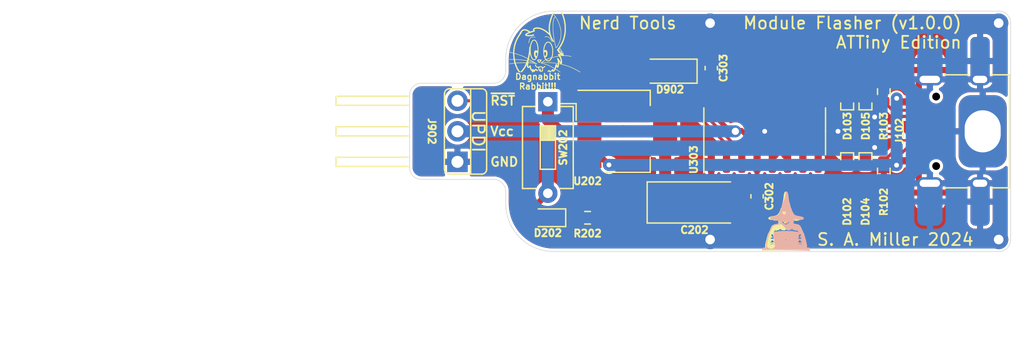
<source format=kicad_pcb>
(kicad_pcb (version 20211014) (generator pcbnew)
  (title_block (title "Nerd Tools") (date "2024") (rev "1.0.0") (company "S. A. Miller") (comment 1 "Module Flasher") (comment 2 "ATTiny Edition"))
  (layers (0 "F.Cu" signal) (31 "B.Cu" signal) (34 "B.Paste" user) (35 "F.Paste" user) (36 "B.SilkS" user "B.Silkscreen") (37 "F.SilkS" user "F.Silkscreen") (38 "B.Mask" user) (39 "F.Mask" user) (44 "Edge.Cuts" user))
  (net 0 "")
  (net 1 "GND")
  (net 2 "UD-")
  (net 3 "UD+")
  (net 4 "CC1")
  (net 5 "CC2")
  (net 6 "Vbus")
  (net 7 "RxD")
  (net 8 "TxD")
  (net 9 "CTS")
  (net 10 "DSR")
  (net 11 "RI")
  (net 12 "DCD")
  (net 13 "I2C-Vcc")
  (net 14 "DTR")
  (net 15 "RTS")
  (net 16 "Net-(C202-Pad1)")
  (net 17 "Net-(D202-Pad1)")
  (footprint "Resistor_SMD:R_0603_1608Metric" (layer "F.Cu") (at 139.446 96.698 90)
    (fp_text reference "R103" (at -2.87 0 90) (layer "F.SilkS") (effects (font (size 0.6 0.6))))
    (fp_text value "5k1")
    (pad "1" smd roundrect (at -0.825 0 90) (size 0.8 0.95) (layers "F.Cu" "F.Paste" "F.Mask") (net 5 "CC2"))
    (pad "2" smd roundrect (at 0.825 0 90) (size 0.8 0.95) (layers "F.Cu" "F.Paste" "F.Mask") (net 1 "GND"))
  )
  (footprint "Resistor_SMD:R_0603_1608Metric" (layer "F.Cu") (at 139.446 103.302 -90)
    (fp_text reference "R102" (at 2.572 0 90) (layer "F.SilkS") (effects (font (size 0.6 0.6))))
    (fp_text value "5k1")
    (pad "1" smd roundrect (at -0.825 0 270) (size 0.8 0.95) (layers "F.Cu" "F.Paste" "F.Mask") (net 4 "CC1"))
    (pad "2" smd roundrect (at 0.825 0 270) (size 0.8 0.95) (layers "F.Cu" "F.Paste" "F.Mask") (net 1 "GND"))
  )
  (footprint "LED_SMD:LED_0603_1608Metric" (layer "F.Cu") (at 111.506 107.188 180)
    (fp_text reference "D202" (at 0 -1.27) (layer "F.SilkS") (effects (font (size 0.6 0.6))))
    (fp_text value "LED")
    (pad "1" smd roundrect (at -0.7875 0 180) (size 0.875 0.95) (layers "F.Cu" "F.Paste" "F.Mask") (net 17 "Net-(D202-Pad1)"))
    (pad "2" smd roundrect (at 0.7875 0 180) (size 0.875 0.95) (layers "F.Cu" "F.Paste" "F.Mask") (net 13 "I2C-Vcc"))
  )
  (footprint "Capacitor_SMD:C_0603_1608Metric" (layer "F.Cu") (at 128.905 105.41 -90)
    (fp_text reference "C302" (at 0 -1.016 90) (layer "F.SilkS") (effects (font (size 0.6 0.6))))
    (fp_text value "10nf")
    (pad "1" smd roundrect (at -0.775 0 270) (size 0.9 0.95) (layers "F.Cu" "F.Paste" "F.Mask") (net 13 "I2C-Vcc"))
    (pad "2" smd roundrect (at 0.775 0 270) (size 0.9 0.95) (layers "F.Cu" "F.Paste" "F.Mask") (net 1 "GND"))
  )
  (footprint "Diode_SMD:D_SOD-123" (layer "F.Cu") (at 121.666 94.996 180)
    (fp_text reference "D902" (at 0 -1.524 180) (layer "F.SilkS") (effects (font (size 0.6 0.6))))
    (fp_text value "DSK24")
    (pad "1" smd rect (at -1.65 0 180) (size 0.9 1.2) (layers "F.Cu" "F.Paste" "F.Mask") (net 8 "TxD"))
    (pad "2" smd rect (at 1.65 0 180) (size 0.9 1.2) (layers "F.Cu" "F.Paste" "F.Mask") (net 7 "RxD"))
  )
  (footprint "tinker:USB_C_Receptacle_HRO_TYPE-C-31-M-12" (layer "F.Cu") (at 146.4 100 90)
    (fp_text reference "J102" (at 0 -5.645 90) (layer "F.SilkS") (effects (font (size 0.6 0.6))))
    (fp_text value "USB_C_Receptacle" hide)
    (pad "" np_thru_hole circle (at 2.89 -2.6 90) (size 0.65 0.65) (drill 0.65) (layers *.Mask))
    (pad "" np_thru_hole circle (at -2.89 -2.6 90) (size 0.65 0.65) (drill 0.65) (layers *.Mask))
    (pad "A1" smd rect (at -3.25 -4.045 90) (size 0.6 1.45) (layers "F.Cu" "F.Paste" "F.Mask") (net 1 "GND"))
    (pad "A4" smd rect (at -2.45 -4.045 90) (size 0.6 1.45) (layers "F.Cu" "F.Paste" "F.Mask") (net 6 "Vbus"))
    (pad "A5" smd rect (at -1.25 -4.045 90) (size 0.3 1.45) (layers "F.Cu" "F.Paste" "F.Mask") (net 4 "CC1"))
    (pad "A6" smd rect (at -0.25 -4.045 90) (size 0.3 1.45) (layers "F.Cu" "F.Paste" "F.Mask") (net 3 "UD+"))
    (pad "A7" smd rect (at 0.25 -4.045 90) (size 0.3 1.45) (layers "F.Cu" "F.Paste" "F.Mask") (net 2 "UD-"))
    (pad "A8" smd rect (at 1.25 -4.045 90) (size 0.3 1.45) (layers "F.Cu" "F.Paste" "F.Mask"))
    (pad "A9" smd rect (at 2.45 -4.045 90) (size 0.6 1.45) (layers "F.Cu" "F.Paste" "F.Mask") (net 6 "Vbus"))
    (pad "A12" smd rect (at 3.25 -4.045 90) (size 0.6 1.45) (layers "F.Cu" "F.Paste" "F.Mask") (net 1 "GND"))
    (pad "B1" smd rect (at 3.25 -4.045 90) (size 0.6 1.45) (layers "F.Cu" "F.Paste" "F.Mask") (net 1 "GND"))
    (pad "B4" smd rect (at 2.45 -4.045 90) (size 0.6 1.45) (layers "F.Cu" "F.Paste" "F.Mask") (net 6 "Vbus"))
    (pad "B5" smd rect (at 1.75 -4.045 90) (size 0.3 1.45) (layers "F.Cu" "F.Paste" "F.Mask") (net 5 "CC2"))
    (pad "B6" smd rect (at 0.75 -4.045 90) (size 0.3 1.45) (layers "F.Cu" "F.Paste" "F.Mask") (net 3 "UD+"))
    (pad "B7" smd rect (at -0.75 -4.045 90) (size 0.3 1.45) (layers "F.Cu" "F.Paste" "F.Mask") (net 2 "UD-"))
    (pad "B8" smd rect (at -1.75 -4.045 90) (size 0.3 1.45) (layers "F.Cu" "F.Paste" "F.Mask"))
    (pad "B9" smd rect (at -2.45 -4.045 90) (size 0.6 1.45) (layers "F.Cu" "F.Paste" "F.Mask") (net 6 "Vbus"))
    (pad "B12" smd rect (at -3.25 -4.045 90) (size 0.6 1.45) (layers "F.Cu" "F.Paste" "F.Mask") (net 1 "GND"))
    (pad "S1" smd roundrect (at -5.846965 -3.118205 90) (size 4 2.1) (layers "B.Cu" "B.Paste" "B.Mask") (net 1 "GND"))
    (pad "S1" thru_hole oval (at -4.32 -3.13 90) (size 1 2.1) (drill oval 0.6 1.7) (layers *.Cu *.Mask) (net 1 "GND"))
    (pad "S1" smd roundrect (at 5.846965 -3.118205 90) (size 4 2.1) (layers "B.Cu" "B.Paste" "B.Mask") (net 1 "GND"))
    (pad "S1" smd roundrect (at -5.096965 -3.118205 90) (size 2.5 2.1) (layers "F.Cu" "F.Paste" "F.Mask") (net 1 "GND"))
    (pad "S1" thru_hole oval (at 4.32 1.05 90) (size 1 1.6) (drill oval 0.6 1.2) (layers *.Cu *.Mask) (net 1 "GND"))
    (pad "S1" smd roundrect (at 5.846965 1.05 90) (size 4 1.6) (layers "F.Cu" "F.Paste" "F.Mask") (net 1 "GND"))
    (pad "S1" thru_hole roundrect (at 0 1.27 270) (size 6 4) (drill oval 3.5 3) (layers *.Cu *.Mask) (net 1 "GND"))
    (pad "S1" thru_hole oval (at -4.32 1.05 90) (size 1 1.6) (drill oval 0.6 1.2) (layers *.Cu *.Mask) (net 1 "GND"))
    (pad "S1" smd roundrect (at 5.846965 1.05 90) (size 4 1.6) (layers "B.Cu" "B.Paste" "B.Mask") (net 1 "GND"))
    (pad "S1" smd roundrect (at -5.846965 1.05 90) (size 4 1.6) (layers "F.Cu" "F.Paste" "F.Mask") (net 1 "GND"))
    (pad "S1" smd roundrect (at -5.846965 1.05 90) (size 4 1.6) (layers "B.Cu" "B.Paste" "B.Mask") (net 1 "GND"))
    (pad "S1" smd roundrect (at 5.096965 -3.118205 90) (size 2.5 2.1) (layers "F.Cu" "F.Paste" "F.Mask") (net 1 "GND"))
    (pad "S1" thru_hole oval (at 4.32 -3.13 90) (size 1 2.1) (drill oval 0.6 1.7) (layers *.Cu *.Mask) (net 1 "GND"))
  )
  (footprint "tinker:PinHeader_1x03_P2.54mm_Horizontal" (layer "F.Cu") (at 103.986 102.54 180)
    (fp_text reference "J902" (at 2.132 2.54 270 unlocked) (layer "F.SilkS") (effects (font (size 0.6 0.6))))
    (fp_text value "Conn_01x03" hide)
    (pad "1" thru_hole rect (at 0 0 180) (size 1.7 1.7) (drill 1) (layers *.Cu *.Mask) (net 1 "GND"))
    (pad "2" thru_hole oval (at 0 2.54 180) (size 1.7 1.7) (drill 1) (layers *.Cu *.Mask) (net 13 "I2C-Vcc"))
    (pad "3" thru_hole oval (at 0 5.08 180) (size 1.7 1.7) (drill 1) (layers *.Cu *.Mask) (net 7 "RxD"))
  )
  (footprint "tinker:NerdMage" (layer "F.Cu") (at 131.318 107.4)
    (fp_text reference "G***" hide)
    (fp_text value "LOGO" hide)
  )
  (footprint "Capacitor_SMD:C_0603_1608Metric" (layer "F.Cu") (at 125.095 94.742 90)
    (fp_text reference "C303" (at 0 1.016 90) (layer "F.SilkS") (effects (font (size 0.6 0.6))))
    (fp_text value "100nf")
    (pad "1" smd roundrect (at -0.775 0 90) (size 0.9 0.95) (layers "F.Cu" "F.Paste" "F.Mask") (net 13 "I2C-Vcc"))
    (pad "2" smd roundrect (at 0.775 0 90) (size 0.9 0.95) (layers "F.Cu" "F.Paste" "F.Mask") (net 1 "GND"))
  )
  (footprint "tinker:PGB1010603NRHF" (layer "F.Cu") (at 137.922 103.556 -90)
    (fp_text reference "D104" (at 3.124 0 90) (layer "F.SilkS") (effects (font (size 0.6 0.6))))
    (fp_text value "PGB1010603NR" hide)
    (pad "1" smd roundrect (at -1.06 0 270) (size 1.275 0.95) (layers "F.Cu" "F.Paste" "F.Mask") (net 4 "CC1"))
    (pad "2" smd roundrect (at 1.06 0 270) (size 1.275 0.95) (layers "F.Cu" "F.Paste" "F.Mask") (net 1 "GND"))
  )
  (footprint "tinker:DagNabbit" (layer "F.Cu") (at 110.998 93.218)
    (fp_text reference "REF**" hide)
    (fp_text value "DagNabbit" hide)
    (fp_text user "Dagnabbit\nRabbit!!!" (at -0.331667 2.64 unlocked) (layer "F.SilkS") (effects (font (size 0.5 0.5) (thickness 0.1))))
  )
  (footprint "tinker:PGB1010603NRHF" (layer "F.Cu") (at 137.922 96.444 90)
    (fp_text reference "D105" (at -3.124 0.022 90) (layer "F.SilkS") (effects (font (size 0.6 0.6))))
    (fp_text value "PGB1010603NR" hide)
    (pad "1" smd roundrect (at -1.06 0 90) (size 1.275 0.95) (layers "F.Cu" "F.Paste" "F.Mask") (net 5 "CC2"))
    (pad "2" smd roundrect (at 1.06 0 90) (size 1.275 0.95) (layers "F.Cu" "F.Paste" "F.Mask") (net 1 "GND"))
  )
  (footprint "Capacitor_Tantalum_SMD:CP_EIA-6032-28_Kemet-C_Pad2.25x2.35mm_HandSolder" (layer "F.Cu") (at 123.698 105.918)
    (fp_text reference "C202" (at 0 2.286) (layer "F.SilkS") (effects (font (size 0.6 0.6))))
    (fp_text value "22uf")
    (pad "1" smd roundrect (at -2.55 0) (size 2.25 2.35) (layers "F.Cu" "F.Paste" "F.Mask") (roundrect_rratio 0.1111111111) (net 16 "Net-(C202-Pad1)"))
    (pad "2" smd roundrect (at 2.55 0) (size 2.25 2.35) (layers "F.Cu" "F.Paste" "F.Mask") (roundrect_rratio 0.1111111111) (net 1 "GND"))
  )
  (footprint "tinker:PGB1010603NRHF" (layer "F.Cu") (at 136.398 96.444 90)
    (fp_text reference "D103" (at -3.124 0.022 90) (layer "F.SilkS") (effects (font (size 0.6 0.6))))
    (fp_text value "PGB1010603NR" hide)
    (pad "1" smd roundrect (at -1.06 0 90) (size 1.275 0.95) (layers "F.Cu" "F.Paste" "F.Mask") (net 3 "UD+"))
    (pad "2" smd roundrect (at 1.06 0 90) (size 1.275 0.95) (layers "F.Cu" "F.Paste" "F.Mask") (net 1 "GND"))
  )
  (footprint "Package_SO:SOIC-16_3.9x9.9mm_P1.27mm" (layer "F.Cu") (at 129.54 100 90)
    (fp_text reference "U303" (at -2.362 -5.9 90) (layer "F.SilkS") (effects (font (size 0.6 0.6))))
    (fp_text value "CH340C")
    (pad "1" smd roundrect (at -2.475 -4.445 90) (size 1.95 0.6) (layers "F.Cu" "F.Paste" "F.Mask") (net 1 "GND"))
    (pad "2" smd roundrect (at -2.475 -3.175 90) (size 1.95 0.6) (layers "F.Cu" "F.Paste" "F.Mask") (net 7 "RxD"))
    (pad "3" smd roundrect (at -2.475 -1.905 90) (size 1.95 0.6) (layers "F.Cu" "F.Paste" "F.Mask") (net 8 "TxD"))
    (pad "4" smd roundrect (at -2.475 -0.635 90) (size 1.95 0.6) (layers "F.Cu" "F.Paste" "F.Mask") (net 13 "I2C-Vcc"))
    (pad "5" smd roundrect (at -2.475 0.635 90) (size 1.95 0.6) (layers "F.Cu" "F.Paste" "F.Mask") (net 3 "UD+"))
    (pad "6" smd roundrect (at -2.475 1.905 90) (size 1.95 0.6) (layers "F.Cu" "F.Paste" "F.Mask") (net 2 "UD-"))
    (pad "7" smd roundrect (at -2.475 3.175 90) (size 1.95 0.6) (layers "F.Cu" "F.Paste" "F.Mask"))
    (pad "8" smd roundrect (at -2.475 4.445 90) (size 1.95 0.6) (layers "F.Cu" "F.Paste" "F.Mask"))
    (pad "9" smd roundrect (at 2.475 4.445 90) (size 1.95 0.6) (layers "F.Cu" "F.Paste" "F.Mask") (net 9 "CTS"))
    (pad "10" smd roundrect (at 2.475 3.175 90) (size 1.95 0.6) (layers "F.Cu" "F.Paste" "F.Mask") (net 10 "DSR"))
    (pad "11" smd roundrect (at 2.475 1.905 90) (size 1.95 0.6) (layers "F.Cu" "F.Paste" "F.Mask") (net 11 "RI"))
    (pad "12" smd roundrect (at 2.475 0.635 90) (size 1.95 0.6) (layers "F.Cu" "F.Paste" "F.Mask") (net 12 "DCD"))
    (pad "13" smd roundrect (at 2.475 -0.635 90) (size 1.95 0.6) (layers "F.Cu" "F.Paste" "F.Mask") (net 14 "DTR"))
    (pad "14" smd roundrect (at 2.475 -1.905 90) (size 1.95 0.6) (layers "F.Cu" "F.Paste" "F.Mask") (net 15 "RTS"))
    (pad "15" smd roundrect (at 2.475 -3.175 90) (size 1.95 0.6) (layers "F.Cu" "F.Paste" "F.Mask"))
    (pad "16" smd roundrect (at 2.475 -4.445 90) (size 1.95 0.6) (layers "F.Cu" "F.Paste" "F.Mask") (net 13 "I2C-Vcc"))
  )
  (footprint "tinker:PGB1010603NRHF" (layer "F.Cu") (at 136.398 103.556 -90)
    (fp_text reference "D102" (at 3.124 0 90) (layer "F.SilkS") (effects (font (size 0.6 0.6))))
    (fp_text value "PGB1010603NR" hide)
    (pad "1" smd roundrect (at -1.06 0 270) (size 1.275 0.95) (layers "F.Cu" "F.Paste" "F.Mask") (net 2 "UD-"))
    (pad "2" smd roundrect (at 1.06 0 270) (size 1.275 0.95) (layers "F.Cu" "F.Paste" "F.Mask") (net 1 "GND"))
  )
  (footprint "Resistor_SMD:R_0603_1608Metric" (layer "F.Cu") (at 114.808 107.188)
    (fp_text reference "R202" (at 0 1.31) (layer "F.SilkS") (effects (font (size 0.6 0.6))))
    (fp_text value "2k2")
    (pad "1" smd roundrect (at -0.825 0) (size 0.8 0.95) (layers "F.Cu" "F.Paste" "F.Mask") (net 17 "Net-(D202-Pad1)"))
    (pad "2" smd roundrect (at 0.825 0) (size 0.8 0.95) (layers "F.Cu" "F.Paste" "F.Mask") (net 1 "GND"))
  )
  (footprint "tinker:SW_DIP_SPSTx01_Slide_6.7x4.1mm_W7.62mm_P2.54mm_LowProfile" (layer "F.Cu") (at 111.506 101.346 -90)
    (fp_text reference "SW202" (at 0 -1.27 90) (layer "F.SilkS") (effects (font (size 0.6 0.6))))
    (fp_text value "SW_DIP_x01")
    (pad "1" thru_hole rect (at -3.81 0 270) (size 1.6 1.6) (drill 0.8) (layers *.Cu *.Mask) (net 16 "Net-(C202-Pad1)"))
    (pad "2" thru_hole oval (at 3.81 0 270) (size 1.6 1.6) (drill 0.8) (layers *.Cu *.Mask) (net 13 "I2C-Vcc"))
  )
  (footprint "Package_TO_SOT_SMD:SOT-223-3_TabPin2" (layer "F.Cu") (at 118.11 100)
    (fp_text reference "U202" (at -3.302 4.14) (layer "F.SilkS") (effects (font (size 0.6 0.6))))
    (fp_text value "AMS1117-3.3")
    (pad "1" smd rect (at -3.15 -2.3) (size 2 1.5) (layers "F.Cu" "F.Paste" "F.Mask") (net 1 "GND"))
    (pad "2" smd rect (at 3.15 0) (size 2 3.8) (layers "F.Cu" "F.Paste" "F.Mask") (net 16 "Net-(C202-Pad1)"))
    (pad "2" smd rect (at -3.15 0) (size 2 1.5) (layers "F.Cu" "F.Paste" "F.Mask") (net 16 "Net-(C202-Pad1)"))
    (pad "3" smd rect (at -3.15 2.3) (size 2 1.5) (layers "F.Cu" "F.Paste" "F.Mask") (net 6 "Vbus"))
  )
  (footprint "tinker:NerdMage" (layer "B.Cu") (at 131.318 107.4 180)
    (fp_text reference "G***" hide)
    (fp_text value "LOGO" hide)
  )
  (gr_line (start 106.014002 96.46) (end 105.084001 96.46) (layer "F.SilkS") (width 0.12))
  (gr_line (start 106.414 103.159999) (end 106.414 96.86) (layer "F.SilkS") (width 0.12))
  (gr_line (start 102.9 96.86) (end 102.9 103.16) (layer "F.SilkS") (width 0.12))
  (gr_line (start 105.084001 96.46) (end 103.313999 96.46) (layer "F.SilkS") (width 0.12))
  (gr_arc (start 106.414 103.159999) (mid 106.296843 103.442842) (end 106.014001 103.560001) (layer "F.SilkS") (width 0.12))
  (gr_line (start 103.314 103.560001) (end 105.084001 103.56) (layer "F.SilkS") (width 0.12))
  (gr_arc (start 106.014002 96.46) (mid 106.296843 96.577158) (end 106.414 96.86) (layer "F.SilkS") (width 0.12))
  (gr_arc (start 102.914001 96.86) (mid 103.031158 96.577158) (end 103.313999 96.46) (layer "F.SilkS") (width 0.12))
  (gr_arc (start 103.314 103.560001) (mid 103.031157 103.442843) (end 102.914 103.16) (layer "F.SilkS") (width 0.12))
  (gr_line (start 105.084001 103.56) (end 105.084001 96.46) (layer "F.SilkS") (width 0.12))
  (gr_line (start 105.084001 103.56) (end 106.014001 103.560001) (layer "F.SilkS") (width 0.12))
  (gr_line (start 101 104) (end 107 104) (layer "Edge.Cuts") (width 0.05))
  (gr_arc (start 149 90) (mid 149.707107 90.292893) (end 150 91) (layer "Edge.Cuts") (width 0.05))
  (gr_arc (start 100 97) (mid 100.292893 96.292893) (end 101 96) (layer "Edge.Cuts") (width 0.05))
  (gr_line (start 101 96) (end 107 96) (layer "Edge.Cuts") (width 0.05))
  (gr_arc (start 108 95) (mid 107.707107 95.707107) (end 107 96) (layer "Edge.Cuts") (width 0.05))
  (gr_arc (start 108 94) (mid 109.171573 91.171573) (end 112 90) (layer "Edge.Cuts") (width 0.05))
  (gr_line (start 108 105) (end 108 106) (layer "Edge.Cuts") (width 0.05))
  (gr_line (start 100 103) (end 100 97) (layer "Edge.Cuts") (width 0.05))
  (gr_line (start 112 90) (end 149 90) (layer "Edge.Cuts") (width 0.05))
  (gr_arc (start 150 109) (mid 149.707107 109.707107) (end 149 110) (layer "Edge.Cuts") (width 0.05))
  (gr_line (start 150 109) (end 150 91) (layer "Edge.Cuts") (width 0.05))
  (gr_arc (start 101 104) (mid 100.292893 103.707107) (end 100 103) (layer "Edge.Cuts") (width 0.05))
  (gr_line (start 108 95) (end 108 94) (layer "Edge.Cuts") (width 0.05))
  (gr_arc (start 107 104) (mid 107.707107 104.292893) (end 108 105) (layer "Edge.Cuts") (width 0.05))
  (gr_arc (start 112 110) (mid 109.171572 108.828428) (end 108 106) (layer "Edge.Cuts") (width 0.05))
  (gr_line (start 149 110) (end 112 110) (layer "Edge.Cuts") (width 0.05))
  (gr_text "${TITLE}" (at 114 91) (layer "F.SilkS") (effects (font (size 1 1)) (justify left)))
  (gr_text "${COMMENT1} (v${REVISION})\n${COMMENT2}" (at 146 91.8) (layer "F.SilkS") (effects (font (size 1 1)) (justify right)))
  (gr_text "GND" (at 106.640001 102.54) (layer "F.SilkS") (effects (font (size 0.75 0.75)) (justify left)))
  (gr_text "~{RST}" (at 106.64 97.46) (layer "F.SilkS") (effects (font (size 0.75 0.75)) (justify left)))
  (gr_text "UPDI" (at 105.714002 100 270) (layer "F.SilkS") (effects (font (size 1 1))))
  (gr_text "Vcc" (at 106.64 100) (layer "F.SilkS") (effects (font (size 0.75 0.75)) (justify left)))
  (gr_text "${COMPANY} ${ISSUE_DATE}" (at 147 109) (layer "F.SilkS") (effects (font (size 1 1)) (justify right)))
  (segment (start 142.355 96.75) (end 142.355 95.82983) (width 0.5) (layer "F.Cu") (net 1))
  (segment (start 142.355 95.82983) (end 143.281795 94.903035) (width 0.5) (layer "F.Cu") (net 1))
  (segment (start 142.355 104.17017) (end 143.281795 105.096965) (width 0.5) (layer "F.Cu") (net 1))
  (segment (start 142.355 103.25) (end 142.355 104.17017) (width 0.5) (layer "F.Cu") (net 1))
  (via (at 129.54 100) (size 0.6) (drill 0.4) (layers "F.Cu" "B.Cu") (net 1))
  (via (at 135.636 100) (size 0.6) (drill 0.4) (layers "F.Cu" "B.Cu") (net 1))
  (via (at 149 109) (size 1.6) (drill 0.8) (layers "F.Cu" "B.Cu") (net 1))
  (via (at 149 91) (size 1.6) (drill 0.8) (layers "F.Cu" "B.Cu") (net 1))
  (via (at 125 91) (size 1.6) (drill 0.8) (layers "F.Cu" "B.Cu") (net 1))
  (via (at 138.684 98.806) (size 0.6) (drill 0.4) (layers "F.Cu" "B.Cu") (net 1))
  (via (at 125 109) (size 1.6) (drill 0.8) (layers "F.Cu" "B.Cu") (net 1))
  (via (at 138.684 101.346) (size 0.6) (drill 0.4) (layers "F.Cu" "B.Cu") (net 1))
  (segment (start 131.665199 100.225001) (end 131.035001 100.855199) (width 0.2) (layer "F.Cu") (net 2))
  (segment (start 143.764 100.508) (end 143.764 100.008) (width 0.2) (layer "F.Cu") (net 2))
  (segment (start 140.433 100.225) (end 140.958 100.75) (width 0.2) (layer "F.Cu") (net 2))
  (segment (start 143.506 99.75) (end 142.513 99.75) (width 0.2) (layer "F.Cu") (net 2))
  (segment (start 140.958 100.75) (end 143.522 100.75) (width 0.2) (layer "F.Cu") (net 2))
  (segment (start 134.127001 100.225001) (end 131.665199 100.225001) (width 0.2) (layer "F.Cu") (net 2))
  (segment (start 143.764 100.008) (end 143.506 99.75) (width 0.2) (layer "F.Cu") (net 2))
  (segment (start 138.668999 100.225001) (end 140.433 100.225) (width 0.2) (layer "F.Cu") (net 2))
  (segment (start 131.035001 102.065001) (end 131.445 102.475) (width 0.2) (layer "F.Cu") (net 2))
  (segment (start 131.035001 100.855199) (end 131.035001 102.065001) (width 0.2) (layer "F.Cu") (net 2))
  (segment (start 143.522 100.75) (end 143.764 100.508) (width 0.2) (layer "F.Cu") (net 2))
  (segment (start 136.398 102.496) (end 134.127001 100.225001) (width 0.2) (layer "F.Cu") (net 2))
  (segment (start 136.398 102.496) (end 138.668999 100.225001) (width 0.2) (layer "F.Cu") (net 2))
  (segment (start 142.355 99.25) (end 140.982 99.25) (width 0.2) (layer "F.Cu") (net 3))
  (segment (start 141.45 100.25) (end 141.212 100.012) (width 0.2) (layer "F.Cu") (net 3))
  (segment (start 141.212 99.25) (end 140.982 99.25) (width 0.2) (layer "F.Cu") (net 3))
  (segment (start 134.127001 99.774999) (end 131.478801 99.774999) (width 0.2) (layer "F.Cu") (net 3))
  (segment (start 141.212 100.012) (end 141.212 99.25) (width 0.2) (layer "F.Cu") (net 3))
  (segment (start 131.478801 99.774999) (end 130.584999 100.668801) (width 0.2) (layer "F.Cu") (net 3))
  (segment (start 130.584999 102.065001) (end 130.175 102.475) (width 0.2) (layer "F.Cu") (net 3))
  (segment (start 140.457 99.775) (end 140.982 99.25) (width 0.2) (layer "F.Cu") (net 3))
  (segment (start 130.584999 100.668801) (end 130.584999 102.065001) (width 0.2) (layer "F.Cu") (net 3))
  (segment (start 136.398 97.504) (end 138.668999 99.774999) (width 0.2) (layer "F.Cu") (net 3))
  (segment (start 138.668999 99.774999) (end 140.457 99.775) (width 0.2) (layer "F.Cu") (net 3))
  (segment (start 142.355 100.25) (end 141.45 100.25) (width 0.2) (layer "F.Cu") (net 3))
  (segment (start 136.398 97.504) (end 134.127001 99.774999) (width 0.2) (layer "F.Cu") (net 3))
  (segment (start 137.941 102.477) (end 137.922 102.496) (width 0.25) (layer "F.Cu") (net 4))
  (segment (start 141.498 101.25) (end 141.0015 101.7465) (width 0.25) (layer "F.Cu") (net 4))
  (segment (start 142.355 101.25) (end 141.498 101.25) (width 0.25) (layer "F.Cu") (net 4))
  (segment (start 141.0015 101.7465) (end 140.1765 101.7465) (width 0.25) (layer "F.Cu") (net 4))
  (segment (start 140.1765 101.7465) (end 139.446 102.477) (width 0.25) (layer "F.Cu") (net 4))
  (segment (start 139.446 102.477) (end 137.941 102.477) (width 0.25) (layer "F.Cu") (net 4))
  (segment (start 139.446 97.523) (end 140.173 98.25) (width 0.25) (layer "F.Cu") (net 5))
  (segment (start 140.173 98.25) (end 142.355 98.25) (width 0.25) (layer "F.Cu") (net 5))
  (segment (start 139.446 97.523) (end 139.427 97.504) (width 0.25) (layer "F.Cu") (net 5))
  (segment (start 139.427 97.504) (end 137.922 97.504) (width 0.25) (layer "F.Cu") (net 5))
  (segment (start 116.092 102.3) (end 114.96 102.3) (width 0.5) (layer "F.Cu") (net 6))
  (segment (start 140.811754 97.55) (end 142.355 97.55) (width 0.6) (layer "F.Cu") (net 6))
  (segment (start 140.508406 102.815536) (end 140.873942 102.45) (width 0.6) (layer "F.Cu") (net 6))
  (segment (start 140.873942 102.45) (end 142.355 102.45) (width 0.6) (layer "F.Cu") (net 6))
  (segment (start 116.586 102.794) (end 116.092 102.3) (width 0.5) (layer "F.Cu") (net 6))
  (segment (start 140.517682 97.255928) (end 140.811754 97.55) (width 0.6) (layer "F.Cu") (net 6))
  (via (at 140.508406 102.815536) (size 0.8) (drill 0.4) (layers "F.Cu" "B.Cu") (net 6))
  (via (at 116.586 102.794) (size 1) (drill 0.4) (layers "F.Cu" "B.Cu") (net 6))
  (via (at 140.517682 97.255928) (size 0.8) (drill 0.4) (layers "F.Cu" "B.Cu") (net 6))
  (segment (start 140.48687 102.794) (end 116.586 102.794) (width 1) (layer "B.Cu") (net 6))
  (segment (start 140.508406 102.815536) (end 140.48687 102.794) (width 1) (layer "B.Cu") (net 6))
  (segment (start 140.517682 102.80626) (end 140.508406 102.815536) (width 0.6) (layer "B.Cu") (net 6))
  (segment (start 140.517682 97.255928) (end 140.517682 102.80626) (width 1) (layer "B.Cu") (net 6))
  (segment (start 120.016 94.996) (end 110.998 94.996) (width 0.25) (layer "F.Cu") (net 7))
  (segment (start 110.998 94.996) (end 108.534 97.46) (width 0.25) (layer "F.Cu") (net 7))
  (segment (start 108.534 97.46) (end 103.986 97.46) (width 0.25) (layer "F.Cu") (net 7))
  (segment (start 120.016 94.996) (end 120.282853 94.996) (width 0.25) (layer "F.Cu") (net 7))
  (segment (start 120.282853 94.996) (end 126.365 101.078147) (width 0.25) (layer "F.Cu") (net 7))
  (segment (start 126.365 101.078147) (end 126.365 102.475) (width 0.25) (layer "F.Cu") (net 7))
  (segment (start 123.316 97.392751) (end 123.316 94.996) (width 0.25) (layer "F.Cu") (net 8))
  (segment (start 127.635 101.711751) (end 123.316 97.392751) (width 0.25) (layer "F.Cu") (net 8))
  (segment (start 127.635 102.475) (end 127.635 101.711751) (width 0.25) (layer "F.Cu") (net 8))
  (segment (start 127.006635 99.917365) (end 127.603365 99.917365) (width 0.4) (layer "F.Cu") (net 13))
  (segment (start 127.006635 99.917365) (end 126.583076 99.917365) (width 0.4) (layer "F.Cu") (net 13))
  (segment (start 125.095 97.525) (end 125.095 95.517) (width 0.4) (layer "F.Cu") (net 13))
  (segment (start 128.905 102.475) (end 128.905 104.483) (width 0.4) (layer "F.Cu") (net 13))
  (segment (start 110.7185 107.188) (end 110.7185 105.9435) (width 0.5) (layer "F.Cu") (net 13))
  (segment (start 128.905 102.475) (end 128.905 101.219) (width 0.4) (layer "F.Cu") (net 13))
  (segment (start 110.7185 105.9435) (end 111.506 105.156) (width 0.5) (layer "F.Cu") (net 13))
  (segment (start 125.095 98.429289) (end 125.095 97.525) (width 0.4) (layer "F.Cu") (net 13))
  (segment (start 128.905 101.219) (end 127.603365 99.917365) (width 0.4) (layer "F.Cu") (net 13))
  (segment (start 126.583076 99.917365) (end 125.095 98.429289) (width 0.4) (layer "F.Cu") (net 13))
  (via (at 127.1 100) (size 1) (drill 0.6) (layers "F.Cu" "B.Cu") (net 13))
  (segment (start 111.506 105.156) (end 111.506 100.076) (width 1) (layer "B.Cu") (net 13))
  (segment (start 126.924 100) (end 103.986 100) (width 1) (layer "B.Cu") (net 13))
  (segment (start 121.26 100) (end 121.26 105.806) (width 1) (layer "F.Cu") (net 16))
  (segment (start 111.506 97.536) (end 111.506 99.06) (width 1) (layer "F.Cu") (net 16))
  (segment (start 117.78 100) (end 121.26 100) (width 1) (layer "F.Cu") (net 16))
  (segment (start 112.446 100) (end 114.96 100) (width 1) (layer "F.Cu") (net 16))
  (segment (start 117.78 100) (end 114.96 100) (width 1) (layer "F.Cu") (net 16))
  (segment (start 111.506 99.06) (end 112.446 100) (width 1) (layer "F.Cu") (net 16))
  (segment (start 121.26 105.806) (end 121.148 105.918) (width 1) (layer "F.Cu") (net 16))
  (segment (start 112.2935 107.188) (end 113.983 107.188) (width 0.25) (layer "F.Cu") (net 17))
  (zone (net 1) (net_name "GND") (layer "F.Cu") (connect_pads (clearance 0.254)) (min_thickness 0.254) (fill yes (thermal_gap 0.254) (thermal_bridge_width 0.508) (smoothing fillet) (radius 1))
    (polygon (pts (xy 150.622 110.414) (xy 99.568 110.414) (xy 99.568 89.586) (xy 150.622 89.586)))
  )
  (zone (net 1) (net_name "GND") (layer "B.Cu") (connect_pads (clearance 0.254)) (min_thickness 0.254) (fill yes (thermal_gap 0.254) (thermal_bridge_width 0.508) (smoothing fillet) (radius 1))
    (polygon (pts (xy 151.13 110.922) (xy 99.06 110.922) (xy 99.06 89.078) (xy 151.13 89.078)))
  )
)
</source>
